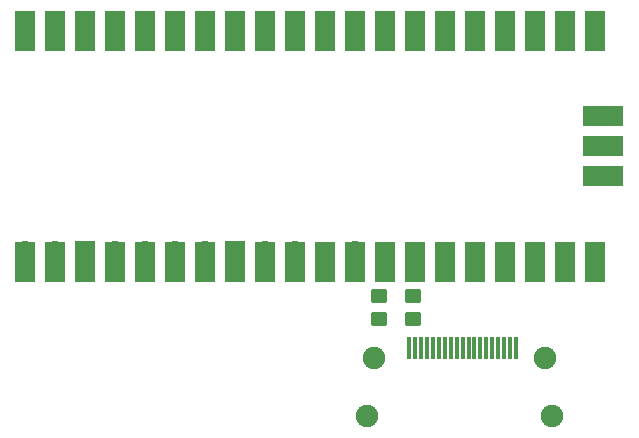
<source format=gbr>
%TF.GenerationSoftware,KiCad,Pcbnew,(6.0.11-0)*%
%TF.CreationDate,2023-07-08T11:49:35-05:00*%
%TF.ProjectId,PicoDVI-N64,5069636f-4456-4492-9d4e-36342e6b6963,rev?*%
%TF.SameCoordinates,Original*%
%TF.FileFunction,Soldermask,Top*%
%TF.FilePolarity,Negative*%
%FSLAX46Y46*%
G04 Gerber Fmt 4.6, Leading zero omitted, Abs format (unit mm)*
G04 Created by KiCad (PCBNEW (6.0.11-0)) date 2023-07-08 11:49:35*
%MOMM*%
%LPD*%
G01*
G04 APERTURE LIST*
G04 Aperture macros list*
%AMRoundRect*
0 Rectangle with rounded corners*
0 $1 Rounding radius*
0 $2 $3 $4 $5 $6 $7 $8 $9 X,Y pos of 4 corners*
0 Add a 4 corners polygon primitive as box body*
4,1,4,$2,$3,$4,$5,$6,$7,$8,$9,$2,$3,0*
0 Add four circle primitives for the rounded corners*
1,1,$1+$1,$2,$3*
1,1,$1+$1,$4,$5*
1,1,$1+$1,$6,$7*
1,1,$1+$1,$8,$9*
0 Add four rect primitives between the rounded corners*
20,1,$1+$1,$2,$3,$4,$5,0*
20,1,$1+$1,$4,$5,$6,$7,0*
20,1,$1+$1,$6,$7,$8,$9,0*
20,1,$1+$1,$8,$9,$2,$3,0*%
G04 Aperture macros list end*
%ADD10RoundRect,0.250000X-0.450000X0.350000X-0.450000X-0.350000X0.450000X-0.350000X0.450000X0.350000X0*%
%ADD11R,0.300000X1.900000*%
%ADD12C,1.900000*%
%ADD13O,1.700000X1.700000*%
%ADD14R,1.700000X3.500000*%
%ADD15R,1.700000X1.700000*%
%ADD16R,3.500000X1.700000*%
G04 APERTURE END LIST*
D10*
%TO.C,*%
X154850000Y-103800000D03*
X154850000Y-105800000D03*
%TD*%
D11*
%TO.C,J4*%
X163575000Y-108212500D03*
X163075000Y-108212500D03*
X162575000Y-108212500D03*
X162075000Y-108212500D03*
X161575000Y-108212500D03*
X161075000Y-108212500D03*
X160575000Y-108212500D03*
X160075000Y-108212500D03*
X159575000Y-108212500D03*
X159075000Y-108212500D03*
X158575000Y-108212500D03*
X158075000Y-108212500D03*
X157575000Y-108212500D03*
X157075000Y-108212500D03*
X156575000Y-108212500D03*
X156075000Y-108212500D03*
X155575000Y-108212500D03*
X155075000Y-108212500D03*
X154575000Y-108212500D03*
D12*
X166675000Y-114012500D03*
X166075000Y-109112500D03*
X151575000Y-109112500D03*
X150975000Y-114012500D03*
%TD*%
D10*
%TO.C,*%
X152025000Y-103800000D03*
X152025000Y-105800000D03*
%TD*%
D13*
%TO.C,REF\u002A\u002A*%
X122045000Y-100040000D03*
D14*
X122045000Y-100940000D03*
X124585000Y-100940000D03*
D13*
X124585000Y-100040000D03*
D14*
X127125000Y-100940000D03*
D15*
X127125000Y-100040000D03*
D14*
X129665000Y-100940000D03*
D13*
X129665000Y-100040000D03*
D14*
X132205000Y-100940000D03*
D13*
X132205000Y-100040000D03*
X134745000Y-100040000D03*
D14*
X134745000Y-100940000D03*
X137285000Y-100940000D03*
D13*
X137285000Y-100040000D03*
D15*
X139825000Y-100040000D03*
D14*
X139825000Y-100940000D03*
D13*
X142365000Y-100040000D03*
D14*
X142365000Y-100940000D03*
D13*
X144905000Y-100040000D03*
D14*
X144905000Y-100940000D03*
X147445000Y-100940000D03*
D13*
X147450000Y-100075000D03*
X149985000Y-100040000D03*
D14*
X149985000Y-100940000D03*
X152525000Y-100940000D03*
X155065000Y-100940000D03*
X157605000Y-100940000D03*
X160145000Y-100940000D03*
X162685000Y-100940000D03*
X165225000Y-100940000D03*
X167765000Y-100940000D03*
X170305000Y-100940000D03*
X170305000Y-81360000D03*
D13*
X170305000Y-82260000D03*
X167765000Y-82260000D03*
D14*
X167765000Y-81360000D03*
D15*
X165225000Y-82260000D03*
D14*
X165225000Y-81360000D03*
D13*
X162685000Y-82260000D03*
D14*
X162685000Y-81360000D03*
X160145000Y-81360000D03*
D13*
X160145000Y-82260000D03*
X157605000Y-82260000D03*
D14*
X157605000Y-81360000D03*
X155065000Y-81360000D03*
D13*
X155065000Y-82260000D03*
D15*
X152525000Y-82260000D03*
D14*
X152525000Y-81360000D03*
D13*
X149985000Y-82260000D03*
D14*
X149985000Y-81360000D03*
X147445000Y-81360000D03*
D13*
X147445000Y-82260000D03*
D14*
X144905000Y-81360000D03*
D13*
X144905000Y-82260000D03*
D14*
X142365000Y-81360000D03*
D13*
X142365000Y-82260000D03*
D15*
X139825000Y-82260000D03*
D14*
X139825000Y-81360000D03*
D13*
X137285000Y-82260000D03*
D14*
X137285000Y-81360000D03*
D13*
X134745000Y-82260000D03*
D14*
X134745000Y-81360000D03*
X132205000Y-81360000D03*
D13*
X132205000Y-82260000D03*
X129665000Y-82260000D03*
D14*
X129665000Y-81360000D03*
D15*
X127125000Y-82260000D03*
D14*
X127125000Y-81360000D03*
X124585000Y-81360000D03*
D13*
X124585000Y-82260000D03*
X122045000Y-82260000D03*
D14*
X122045000Y-81360000D03*
D16*
X170975000Y-93690000D03*
X170975000Y-91150000D03*
X170975000Y-88610000D03*
%TD*%
M02*

</source>
